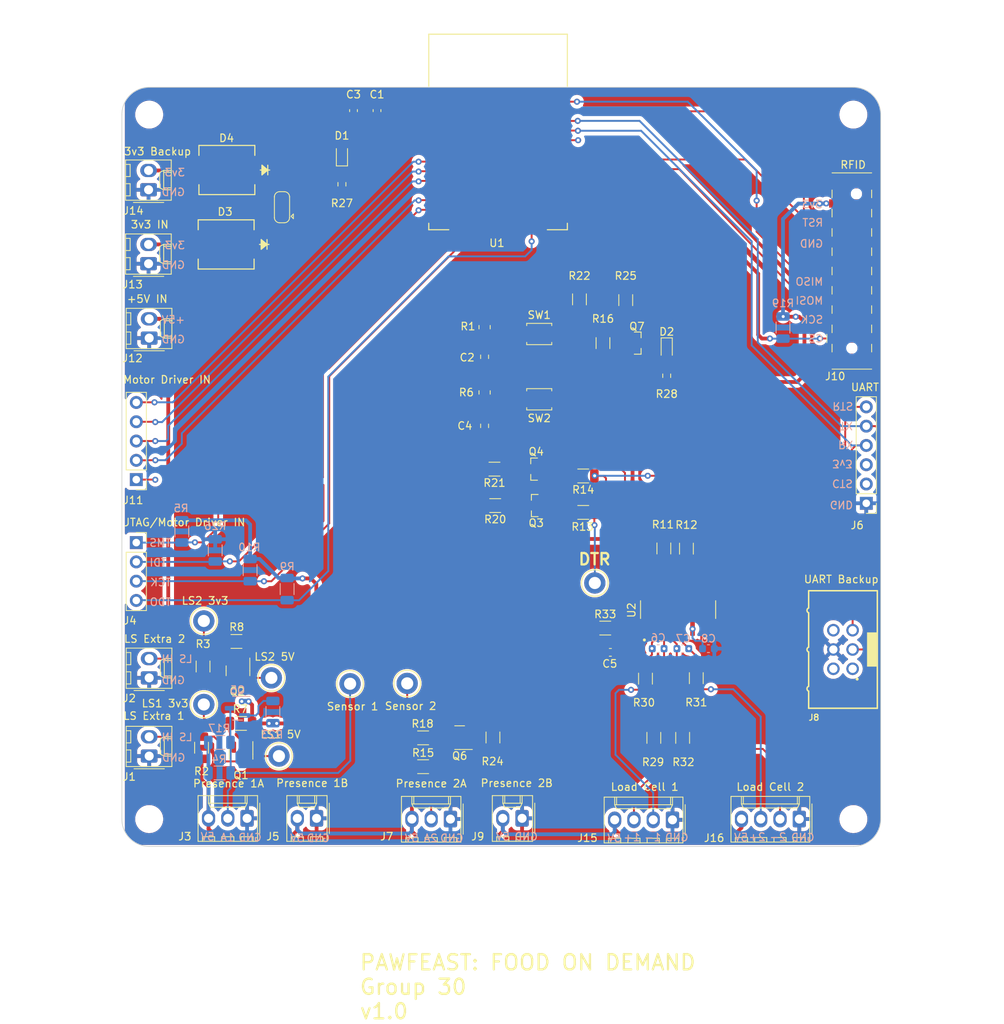
<source format=kicad_pcb>
(kicad_pcb (version 20221018) (generator pcbnew)
  (title_block (title "Brain Board") (date "2025-03-10") (rev "1.0") (company "ECE 445: Senior Capstone Project") (comment 1 "Designed By: Omkar Kulkarni"))
  (layers (0 "F.Cu" signal) (31 "B.Cu" signal) (34 "B.Paste" user) (35 "F.Paste" user) (36 "B.SilkS" user "B.Silkscreen") (37 "F.SilkS" user "F.Silkscreen") (38 "B.Mask" user) (39 "F.Mask" user) (44 "Edge.Cuts" user))
  (net 0 "")
  (net 1 "/MCU_Power")
  (net 2 "GND")
  (net 3 "/GPIO0")
  (net 4 "/CHIP_PU")
  (net 5 "Net-(U2-REFP)")
  (net 6 "Net-(U2-VIN1P)")
  (net 7 "Net-(U2-VIN1N)")
  (net 8 "Net-(U2-VIN2P)")
  (net 9 "Net-(U2-VIN2N)")
  (net 10 "Net-(U2-VBG)")
  (net 11 "Net-(D1-K)")
  (net 12 "+3V3")
  (net 13 "Net-(D2-K)")
  (net 14 "/3v3 Backup")
  (net 15 "Net-(J1-Pin_2)")
  (net 16 "Net-(J2-Pin_2)")
  (net 17 "/Presence1")
  (net 18 "+5V")
  (net 19 "/TMS")
  (net 20 "/TDI")
  (net 21 "/TCK")
  (net 22 "/TDO")
  (net 25 "/RX_ESP")
  (net 26 "/TX_ESP")
  (net 27 "/Presence2")
  (net 29 "/RFID_CS")
  (net 30 "/RFID_SCK")
  (net 31 "/RFID_MOSI")
  (net 32 "/RFID_MISO")
  (net 34 "/RFID_RST")
  (net 35 "/GPIO33")
  (net 36 "/GPIO32")
  (net 37 "/GPIO27")
  (net 38 "/GPIO25")
  (net 39 "/GPIO21")
  (net 40 "/Extra1")
  (net 41 "/Extra2")
  (net 42 "Net-(Q3-Pad3)")
  (net 43 "/RTS")
  (net 44 "Net-(Q3-Pad1)")
  (net 45 "Net-(Q4-Pad3)")
  (net 46 "/DTR")
  (net 47 "Net-(Q4-Pad1)")
  (net 48 "/Sensor1")
  (net 49 "/Sensor2")
  (net 50 "/ADC_SDA")
  (net 51 "/ADC_SCL")
  (net 52 "/GPIO2")
  (net 53 "/GPIO4")
  (net 56 "/ADC_DRDY")
  (net 66 "Net-(D4-K)")
  (net 67 "Net-(D2-A)")
  (net 68 "Net-(D3-K)")
  (net 69 "Net-(J15-Pin_2)")
  (net 70 "Net-(J15-Pin_3)")
  (net 71 "Net-(J16-Pin_2)")
  (net 72 "Net-(J16-Pin_3)")
  (footprint "Resistor_SMD:R_1206_3216Metric" (layer "F.Cu") (at 177.3 127.0375 90)
    (fp_text reference "R31")
    (fp_text value "10k")
  )
  (footprint "Resistor_SMD:R_1206_3216Metric" (layer "F.Cu") (at 171.7 134.9 90)
    (fp_text reference "R29")
    (fp_text value "10k")
  )
  (footprint "TestPoint:TestPoint_Keystone_5010-5014_Multipurpose" (layer "F.Cu") (at 121.3 127)
    (fp_text reference "TP2" hide)
    (fp_text value "TestPoint")
  )
  (footprint "Capacitor_SMD:C_0603_1608Metric" (layer "F.Cu") (at 165.975 123.6375 180)
    (fp_text reference "C5")
    (fp_text value "0.1uF")
  )
  (footprint "MountingHole:MountingHole_3.2mm_M3" (layer "F.Cu") (at 105.2 145.6)
    (fp_text reference "H3" hide)
    (fp_text value "MountingHole")
  )
  (footprint "Connector_Molex:Molex_KK-254_AE-6410-02A_1x02_P2.54mm_Vertical" (layer "F.Cu") (at 105.12 62.7 90)
    (fp_text reference "J14")
    (fp_text value "Conn_01x02" hide)
  )
  (footprint "Connector_Molex:Molex_KK-254_AE-6410-02A_1x02_P2.54mm_Vertical" (layer "F.Cu") (at 105.2 82.24 90)
    (fp_text reference "J12")
    (fp_text value "Conn_01x02")
  )
  (footprint "Connector_Molex:Molex_KK-254_AE-6410-02A_1x02_P2.54mm_Vertical" (layer "F.Cu") (at 105.12 72.44 90)
    (fp_text reference "J13")
    (fp_text value "Conn_01x02" hide)
  )
  (footprint "Resistor_SMD:R_1206_3216Metric" (layer "F.Cu") (at 141.3 134.9)
    (fp_text reference "R18")
    (fp_text value "10k")
  )
  (footprint "Capacitor_SMD:C_0603_1608Metric" (layer "F.Cu") (at 135.225 52.275 -90)
    (fp_text reference "C1")
    (fp_text value "0.1uF")
  )
  (footprint "Resistor_SMD:R_0805_2012Metric" (layer "F.Cu") (at 149.4 80.8 -90)
    (fp_text reference "R1")
    (fp_text value "100k")
  )
  (footprint "TestPoint:TestPoint_Keystone_5010-5014_Multipurpose" (layer "F.Cu") (at 131.675 127.775)
    (fp_text reference "TP3" hide)
    (fp_text value "TestPoint")
  )
  (footprint "MountingHole:MountingHole_3.2mm_M3" (layer "F.Cu") (at 198 52.8)
    (fp_text reference "H2" hide)
    (fp_text value "MountingHole")
  )
  (footprint "MountingHole:MountingHole_3.2mm_M3" (layer "F.Cu") (at 198 145.6)
    (fp_text reference "H4" hide)
    (fp_text value "MountingHole")
  )
  (footprint "Resistor_SMD:R_1206_3216Metric" (layer "F.Cu") (at 161.9 77.1375 -90)
    (fp_text reference "R22")
    (fp_text value "10k")
  )
  (footprint "Package_TO_SOT_SMD:SOT-23" (layer "F.Cu") (at 117.3 137.0625 -90)
    (fp_text reference "Q1")
    (fp_text value "BSS138")
  )
  (footprint "Resistor_SMD:R_1206_3216Metric" (layer "F.Cu") (at 162.4 105.2 180)
    (fp_text reference "R13")
    (fp_text value "10k")
  )
  (footprint "Connector_Molex:Molex_KK-254_AE-6410-02A_1x02_P2.54mm_Vertical" (layer "F.Cu") (at 127.26 145.5 180)
    (fp_text reference "J5")
    (fp_text value "Conn_01x02")
  )
  (footprint "Connector_Molex:Molex_KK-254_AE-6410-02A_1x02_P2.54mm_Vertical" (layer "F.Cu") (at 154.34 145.5 180)
    (fp_text reference "J9")
    (fp_text value "Conn_01x02")
  )
  (footprint "Resistor_SMD:R_1206_3216Metric" (layer "F.Cu") (at 112.1 136.2 90)
    (fp_text reference "R2")
    (fp_text value "10k")
  )
  (footprint "Resistor_SMD:R_1206_3216Metric" (layer "F.Cu") (at 165 82.9 90)
    (fp_text reference "R16")
    (fp_text value "10k")
  )
  (footprint "Resistor_SMD:R_0603_1608Metric" (layer "F.Cu") (at 149.4 84.7 -90)
    (fp_text reference "C2")
    (fp_text value "1uF")
  )
  (footprint "Connector_Molex:Molex_KK-254_AE-6410-02A_1x02_P2.54mm_Vertical" (layer "F.Cu") (at 105.2 127 90)
    (fp_text reference "J2")
    (fp_text value "Conn_01x02")
  )
  (footprint "TestPoint:TestPoint_Keystone_5010-5014_Multipurpose" (layer "F.Cu") (at 163.925 114.5)
    (fp_text reference "TP6" hide)
    (fp_text value "TestPoint" hide)
  )
  (footprint "Resistor_SMD:R_1206_3216Metric" (layer "F.Cu") (at 116.7 122.2 180)
    (fp_text reference "R8")
    (fp_text value "10k")
  )
  (footprint "Connector_Molex:Molex_KK-254_AE-6410-04A_1x04_P2.54mm_Vertical" (layer "F.Cu") (at 174.16 145.7 180)
    (fp_text reference "J15")
    (fp_text value "Conn_01x04")
  )
  (footprint "S8050:S8050-SMD" (layer "F.Cu") (at 156.116 99.5 90)
    (fp_text reference "Q4")
    (fp_text value "SMD-TRANSISTORS-NPN-25V-500MW_SOT-23_")
  )
  (footprint "Resistor_SMD:R_0603_1608Metric" (layer "F.Cu") (at 130.6 61.975 -90)
    (fp_text reference "R27")
    (fp_text value "330")
  )
  (footprint "Resistor_SMD:R_1206_3216Metric" (layer "F.Cu") (at 150.5 134.85 90)
    (fp_text reference "R24")
    (fp_text value "10k")
  )
  (footprint "VS_30BQ015_M3_9AT:VS_30BQ015_M3_9AT" (layer "F.Cu") (at 115.3396 69.9 180)
    (fp_text reference "D3")
    (fp_text value "D_Schottky")
  )
  (footprint "Resistor_SMD:R_1206_3216Metric" (layer "F.Cu") (at 150.7 99.5 180)
    (fp_text reference "R21")
    (fp_text value "10k")
  )
  (footprint "Package_TO_SOT_SMD:SOT-23" (layer "F.Cu") (at 146.1125 134.875 180)
    (fp_text reference "Q6")
    (fp_text value "BSS138")
  )
  (footprint "Resistor_SMD:R_0603_1608Metric" (layer "F.Cu") (at 149.4 93.8 -90)
    (fp_text reference "C4")
    (fp_text value "1uF")
  )
  (footprint "TestPoint:TestPoint_Keystone_5010-5014_Multipurpose" (layer "F.Cu") (at 112.4 130.5)
    (fp_text reference "TP4" hide)
    (fp_text value "TestPoint")
  )
  (footprint "Resistor_SMD:R_1206_3216Metric" (layer "F.Cu") (at 141.3 138.7)
    (fp_text reference "R15")
    (fp_text value "10k")
  )
  (footprint "S8050:S8050-SMD" (layer "F.Cu") (at 156.2 104.3 90)
    (fp_text reference "Q3")
    (fp_text value "SMD-TRANSISTORS-NPN-25V-500MW_SOT-23_")
  )
  (footprint "Resistor_SMD:R_1206_3216Metric" (layer "F.Cu") (at 173.025 109.95 -90)
    (fp_text reference "R11")
    (fp_text value "10k")
  )
  (footprint "Package_TO_SOT_SMD:SOT-23" (layer "F.Cu") (at 116.9 126.0625 -90)
    (fp_text reference "Q2")
    (fp_text value "BSS138")
  )
  (footprint "Resistor_SMD:R_1206_3216Metric" (layer "F.Cu") (at 150.8 104.3 180)
    (fp_text reference "R20")
    (fp_text value "10k")
  )
  (footprint "Resistor_SMD:R_1206_3216Metric" (layer "F.Cu") (at 112.3 125.5 -90)
    (fp_text reference "R3")
    (fp_text value "10k")
  )
  (footprint "Connector_PinSocket_2.54mm:PinSocket_1x04_P2.54mm_Vertical" (layer "F.Cu") (at 103.5 109.18)
    (fp_text reference "J4")
    (fp_text value "JTAG")
  )
  (footprint "Resistor_SMD:R_1206_3216Metric" (layer "F.Cu") (at 170.6 127.1 90)
    (fp_text reference "R30")
    (fp_text value "10k")
  )
  (footprint "Button_Switch_SMD:SW_SPST_B3U-1000P" (layer "F.Cu") (at 156.6 81.7 180)
    (fp_text reference "SW1")
    (fp_text value "SW_Push")
  )
  (footprint "Connector_Harting:Harting_har-flexicon_14110813001xxx_1x08-MP_P2.54mm_Vertical" (layer "F.Cu") (at 197.8 73.4 90)
    (fp_text reference "J10")
    (fp_text value "RFID")
  )
  (footprint "TestPoint:TestPoint_Keystone_5010-5014_Multipurpose" (layer "F.Cu") (at 112.4 119.5)
    (fp_text reference "TP5" hide)
    (fp_text value "TestPoint")
  )
  (footprint "Connector_Molex:Molex_KK-254_AE-6410-03A_1x03_P2.54mm_Vertical" (layer "F.Cu") (at 144.9 145.6 180)
    (fp_text reference "J7")
    (fp_text value "Conn_01x03")
  )
  (footprint "Connector_Molex:Molex_KK-254_AE-6410-02A_1x02_P2.54mm_Vertical" (layer "F.Cu") (at 105.2 137.3 90)
    (fp_text reference "J1")
    (fp_text value "Conn_01x02")
  )
  (footprint "LED_SMD:LED_0603_1608Metric" (layer "F.Cu") (at 173.4 83.7 -90)
    (fp_text reference "D2")
    (fp_text value "LED")
  )
  (footprint "VS_30BQ015_M3_9AT:VS_30BQ015_M3_9AT" (layer "F.Cu") (at 115.4396 60.1 180)
    (fp_text reference "D4")
    (fp_text value "D_Schottky")
  )
  (footprint "Resistor_SMD:R_1206_3216Metric" (layer "F.Cu") (at 176 109.975 -90)
    (fp_text reference "R12")
    (fp_text value "10k")
  )
  (footprint "Resistor_SMD:R_1206_3216Metric" (layer "F.Cu") (at 168 77.2375 -90)
    (fp_text reference "R25")
    (fp_text value "10k")
  )
  (footprint "Resistor_SMD:R_1206_3216Metric" (layer "F.Cu") (at 175.5 134.9 90)
    (fp_text reference "R32")
    (fp_text value "10k")
  )
  (footprint "Capacitor_SMD:C_0603_1608Metric" (layer "F.Cu") (at 132.125 52.275 -90)
    (fp_text reference "C3")
    (fp_text value "0.1uF")
  )
  (footprint "Connector_PinHeader_2.54mm:PinHeader_1x06_P2.54mm_Vertical" (layer "F.Cu") (at 199.7 104 180)
    (fp_text reference "J6")
    (fp_text value "UART")
  )
  (footprint "Connector_PinHeader_2.54mm:PinHeader_1x05_P2.54mm_Vertical" (layer "F.Cu") (at 103.5 100.88 180)
    (fp_text reference "J11")
    (fp_text value "Conn_01x05")
  )
  (footprint "Connector_Molex:Molex_KK-254_AE-6410-03A_1x03_P2.54mm_Vertical" (layer "F.Cu") (at 118.1 145.5 180)
    (fp_text reference "J3")
    (fp_text value "Conn_01x03")
  )
  (footprint "Resistor_SMD:R_0805_2012Metric" (layer "F.Cu") (at 149.4 89.4 -90)
    (fp_text reference "R6")
    (fp_text value "100k")
  )
  (footprint "TestPoint:TestPoint_Keystone_5010-5014_Multipurpose" (layer "F.Cu") (at 122.3 137.3)
    (fp_text reference "TP1" hide)
    (fp_text value "TestPoint")
  )
  (footprint "NAU7802SGI:SOIC127P600X175-16N" (layer "F.Cu") (at 174.9 118.005 90)
    (fp_text reference "U2")
    (fp_text value "NAU7802SGI")
  )
  (footprint "S8050:S8050-SMD" (layer "F.Cu") (at 169.386 82.9 -90)
    (fp_text reference "Q7")
    (fp_text value "SMD-TRANSISTORS-NPN-25V-500MW_SOT-23_")
  )
  (footprint "Resistor_SMD:R_0603_1608Metric" (layer "F.Cu") (at 173.4 87.2 90)
    (fp_text reference "R28")
    (fp_text value "330")
  )
  (footprint "ESP32-WROOM-32E-N4:ESP32-WROOM-32E-N4" (layer "F.Cu") (at 151.1747 55.08534)
    (fp_text reference "U1")
    (fp_text value "ESP32-WROOM-32E 4MB" hide)
  )
  (footprint "Button_Switch_SMD:SW_SPST_B3U-1000P" (layer "F.Cu") (at 156.6 90.3 180)
    (fp_text reference "SW2")
    (fp_text value "SW_Push")
  )
  (footprint "61200621621:61200621621" (layer "F.Cu") (at 196.63 123.26 90)
    (fp_text reference "J8")
    (fp_text value "UART Backup")
  )
  (footprint "Connector_Molex:Molex_KK-254_AE-6410-04A_1x04_P2.54mm_Vertical" (layer "F.Cu") (at 190.87 145.6 180)
    (fp_text reference "J16")
    (fp_text value "Conn_01x04")
  )
  (footprint "Resistor_SMD:R_1206_3216Metric" (layer "F.Cu") (at 162.4 100.4 180)
    (fp_text reference "R14")
    (fp_text value "10k")
  )
  (footprint "Resistor_SMD:R_1206_3216Metric" (layer "F.Cu") (at 165.3 120.4375)
    (fp_text reference "R33")
    (fp_text value "10k")
  )
  (footprint "LED_SMD:LED_0603_1608Metric" (layer "F.Cu") (at 130.6 58.075 90)
    (fp_text reference "D1")
    (fp_text value "LED")
  )
  (footprint "MountingHole:MountingHole_3.2mm_M3" (layer "F.Cu") (at 105.2 52.8)
    (fp_text reference "H1" hide)
    (fp_text value "MountingHole")
  )
  (footprint "Resistor_SMD:R_1206_3216Metric" (layer "F.Cu") (at 117.3 133 180)
    (fp_text reference "R7")
    (fp_text value "10k")
  )
  (footprint "Jumper:SolderJumper-3_P1.3mm_Open_RoundedPad1.0x1.5mm" (layer "F.Cu") (at 122.7 65 90)
    (fp_text reference "JP1" hide)
    (fp_text value "SolderJumper_3_Open")
  )
  (footprint "TestPoint:TestPoint_Keystone_5010-5014_Multipurpose" (layer "F.Cu") (at 139.2 127.725)
    (fp_text reference "TP8" hide)
    (fp_text value "TestPoint")
  )
  (footprint "Capacitor_SMD:C_0603_1608Metric" (layer "B.Cu") (at 178.9 123.15)
    (fp_text reference "C8")
    (fp_text value "0.1uF")
  )
  (footprint "Resistor_SMD:R_1206_3216Metric" (layer "B.Cu") (at 114.45 135.5)
    (fp_text reference "R17")
    (fp_text value "10k")
  )
  (footprint "Resistor_SMD:R_1206_3216Metric" (layer "B.Cu") (at 188.725 80.85 -90)
    (fp_text reference "R19")
    (fp_text value "10k")
  )
  (footprint "Resistor_SMD:R_1206_3216Metric" (layer "B.Cu") (at 109.5 107.7 -90)
    (fp_text reference "R5")
    (fp_text value "10k")
  )
  (footprint "Package_TO_SOT_SMD:SOT-23" (layer "B.Cu") (at 116.8375 131 180)
    (fp_text reference "Q5")
    (fp_text value "BSS138")
  )
  (footprint "Capacitor_SMD:C_0603_1608Metric" (layer "B.Cu") (at 175.525 123.15 180)
    (fp_text reference "C7")
    (fp_text value "0.1uF")
  )
  (footprint "Resistor_SMD:R_1206_3216Metric" (layer "B.Cu") (at 113.9 110.2 90)
    (fp_text reference "R26")
    (fp_text value "10k")
  )
  (footprint "Resistor_SMD:R_1206_3216Metric" (layer "B.Cu") (at 114.475 139.525)
    (fp_text reference "R4")
    (fp_text value "10k")
  )
  (footprint "Resistor_SMD:R_1206_3216Metric" (layer "B.Cu") (at 118.5 112.8 -90)
    (fp_text reference "R10")
    (fp_text value "10k")
  )
  (footprint "Resistor_SMD:R_1206_3216Metric" (layer "B.Cu") (at 123.375 115.3 -90)
    (fp_text reference "R9")
    (fp_text value "10k")
  )
  (footprint "Resistor_SMD:R_1206_3216Metric" (layer "B.Cu") (at 121.5 131.5 90)
    (fp_text reference "R23")
    (fp_text value "10k")
  )
  (footprint "Capacitor_SMD:C_0603_1608Metric" (layer "B.Cu") (at 172.275 123.15 180)
    (fp_text reference "C6")
    (fp_text value "0.1uF")
  )
  (gr_line (start 201.6 52.8) (end 201.6 145.6) (stroke (width 0.1)) (layer "Edge.Cuts"))
  (gr_line (start 105.2 49.2) (end 198 49.2) (stroke (width 0.1)) (layer "Edge.Cuts"))
  (gr_arc (start 105.2 149.2) (mid 102.654416 148.145584) (end 101.6 145.6) (stroke (width 0.1)) (layer "Edge.Cuts"))
  (gr_line (start 101.6 145.6) (end 101.6 52.8) (stroke (width 0.1)) (layer "Edge.Cuts"))
  (gr_line (start 198 149.2) (end 105.2 149.2) (stroke (width 0.1)) (layer "Edge.Cuts"))
  (gr_arc (start 201.6 145.6) (mid 200.545584 148.145584) (end 198 149.2) (stroke (width 0.1)) (layer "Edge.Cuts"))
  (gr_arc (start 198 49.2) (mid 200.545584 50.254416) (end 201.6 52.8) (stroke (width 0.1)) (layer "Edge.Cuts"))
  (gr_arc (start 101.6 52.8) (mid 102.654416 50.254416) (end 105.2 49.2) (stroke (width 0.1)) (layer "Edge.Cuts"))
  (gr_text "GND" (at 146.7 148.7) (layer "B.SilkS") (effects (font (size 1 1)) (justify left bottom mirror)))
  (gr_text "TDI" (at 107.6 112.4) (layer "B.SilkS") (effects (font (size 1 1)) (justify left bottom mirror)))
  (gr_text "2+" (at 186.5 148.55) (layer "B.SilkS") (effects (font (size 1 1)) (justify left bottom mirror)))
  (gr_text "5V" (at 167.5 148.7) (layer "B.SilkS") (effects (font (size 1 1)) (justify left bottom mirror)))
  (gr_text "1+" (at 170 148.6) (layer "B.SilkS") (effects (font (size 1 1)) (justify left bottom mirror)))
  (gr_text "5V" (at 125.7 148.7) (layer "B.SilkS") (effects (font (size 1 1)) (justify left bottom mirror)))
  (gr_text "GND" (at 156.5 148.5) (layer "B.SilkS") (effects (font (size 1 1)) (justify left bottom mirror)))
  (gr_text "MOSI" (at 194.1 77.9) (layer "B.SilkS") (effects (font (size 1 1)) (justify left bottom mirror)))
  (gr_text "GND" (at 110 127.9) (layer "B.SilkS") (effects (font (size 1 1)) (justify left bottom mirror)))
  (gr_text "3v3" (at 194 65.2) (layer "B.SilkS") (effects (font (size 1 1)) (justify left bottom mirror)))
  (gr_text "TMS" (at 108.2 109.8) (layer "B.SilkS") (effects (font (size 1 1)) (justify left bottom mirror)))
  (gr_text "3v3" (at 110 70.6) (layer "B.SilkS") (effects (font (size 1 1)) (justify left bottom mirror)))
  (gr_text "CS" (at 194.1 82.9) (layer "B.SilkS") (effects (font (size 1 1)) (justify left bottom mirror)))
  (gr_text "LS IN" (at 111 125.1) (layer "B.SilkS") (effects (font (size 1 1)) (justify left bottom mirror)))
  (gr_text "TCK" (at 108.2 115) (layer "B.SilkS") (effects (font (size 1 1)) (justify left bottom mirror)))
  (gr_text "RTS" (at 195.15 90.6 180) (layer "B.SilkS") (effects (font (size 1 1)) (justify left bottom mirror)))
  (gr_text "1A" (at 116.5 148.6) (layer "B.SilkS") (effects (font (size 1 1)) (justify left bottom mirror)))
  (gr_text "RX\n" (at 195.9 95.68 180) (layer "B.SilkS") (effects (font (size 1 1)) (justify left bottom mirror)))
  (gr_text "5V" (at 184.2 148.6) (layer "B.SilkS") (effects (font (size 1 1)) (justify left bottom mirror)))
  (gr_text "GND" (at 110 63.6) (layer "B.SilkS") (effects (font (size 1 1)) (justify left bottom mirror)))
  (gr_text "5V" (at 140.8 148.7) (layer "B.SilkS") (effects (font (size 1 1)) (justify left bottom mirror)))
  (gr_text "GND" (at 110.05 138.1) (layer "B.SilkS") (effects (font (size 1 1)) (justify left bottom mirror)))
  (gr_text "GND" (at 176.35 148.6) (layer "B.SilkS") (effects (font (size 1 1)) (justify left bottom mirror)))
  (gr_text "GND" (at 120.1 148.6) (layer "B.SilkS") (effects (font (size 1 1)) (justify left bottom mirror)))
  (gr_text "3v3" (at 195.125 98.2 180) (layer "B.SilkS") (effects (font (size 1 1)) (justify left bottom mirror)))
  (gr_text "2-" (at 189.25 148.55) (layer "B.SilkS") (effects (font (size 1 1)) (justify left bottom mirror)))
  (gr_text "GND" (at 192.95 148.6) (layer "B.SilkS") (effects (font (size 1 1)) (justify left bottom mirror)))
  (gr_text "RST" (at 194.1 67.625) (layer "B.SilkS") (effects (font (size 1 1)) (justify left bottom mirror)))
  (gr_text "SCK" (at 194.1 80.4) (layer "B.SilkS") (effects (font (size 1 1)) (justify left bottom mirror)))
  (gr_text "1-" (at 172.75 148.6) (layer "B.SilkS") (effects (font (size 1 1)) (justify left bottom mirror)))
  (gr_text "+5V" (at 110 80.4) (layer "B.SilkS") (effects (font (size 1 1)) (justify left bottom mirror)))
  (gr_text "LS IN" (at 111 135.4) (layer "B.SilkS") (effects (font (size 1 1)) (justify left bottom mirror)))
  (gr_text "GND" (at 110 83) (layer "B.SilkS") (effects (font (size 1 1)) (justify left bottom mirror)))
  (gr_text "GND" (at 194.1 70.4) (layer "B.SilkS") (effects (font (size 1 1)) (justify left bottom mirror)))
  (gr_text "CTS" (at 195.1 100.8 180) (layer "B.SilkS") (effects (font (size 1 1)) (justify left bottom mirror)))
  (gr_text "GND" (at 129.1 148.7) (layer "B.SilkS") (effects (font (size 1 1)) (justify left bottom mirror)))
  (gr_text "2A" (at 143.3 148.7) (layer "B.SilkS") (effects (font (size 1 1)) (justify left bottom mirror)))
  (gr_text "GND" (at 110 73.2) (layer "B.SilkS") (effects (font (size 1 1)) (justify left bottom mirror)))
  (gr_text "5V" (at 152.8 148.5) (layer "B.SilkS") (effects (font (size 1 1)) (justify left bottom mirror)))
  (gr_text "TX" (at 196.1 93.2 180) (layer "B.SilkS") (effects (font (size 1 1)) (justify left bottom mirror)))
  (gr_text "GND" (at 194.8 103.6 180) (layer "B.SilkS") (effects (font (size 1 1)) (justify left bottom mirror)))
  (gr_text "MISO" (at 194.1 75.4) (layer "B.SilkS") (effects (font (size 1 1)) (justify left bottom mirror)))
  (gr_text "TDO" (at 108.2 117.6) (layer "B.SilkS") (effects (font (size 1 1)) (justify left bottom mirror)))
  (gr_text "3v3" (at 110 61) (layer "B.SilkS") (effects (font (size 1 1)) (justify left bottom mirror)))
  (gr_text "5V" (at 113.9 148.5) (layer "B.SilkS") (effects (font (size 1 1)) (justify left bottom mirror)))
  (gr_text "LS1 5V" (at 119.775 135.025) (layer "F.SilkS") (effects (font (size 1 1)) (justify left bottom)))
  (gr_text "LS Extra 1" (at 101.7 132.6) (layer "F.SilkS") (effects (font (size 1 1)) (justify left bottom)))
  (gr_text "UART" (at 197.6 89.3) (layer "F.SilkS") (effects (font (size 1 1)) (justify left bottom)))
  (gr_text "Load Cell 2" (at 182.5 141.95) (layer "F.SilkS") (effects (font (size 1 1)) (justify left bottom)))
  (gr_text "3v3 IN" (at 102.7 67.87) (layer "F.SilkS") (effects (font (size 1 1)) (justify left bottom)))
  (gr_text "+5V IN" (at 102.18 77.67) (layer "F.SilkS") (effects (font (size 1 1)) (justify left bottom)))
  (gr_text "JTAG/Motor Driver IN" (at 101.8 107.1) (layer "F.SilkS") (effects (font (size 1 1)) (justify left bottom)))
  (gr_text "Motor Driver IN" (at 101.7 88.3) (layer "F.SilkS") (effects (font (size 1 1)) (justify left bottom)))
  (gr_text "Load Cell 1" (at 165.95 141.95) (layer "F.SilkS") (effects (font (size 1 1)) (justify left bottom)))
  (gr_text "3v3 Backup" (at 101.8 58.24) (layer "F.SilkS") (effects (font (size 1 1)) (justify left bottom)))
  (gr_text "Presence 1A" (at 110.9 141.5) (layer "F.SilkS") (effects (font (size 1 1)) (justify left bottom)))
  (gr_text "RFID" (at 196.2 60) (layer "F.SilkS") (effects (font (size 1 1)) (justify left bottom)))
  (gr_text "LS1 3v3" (at 104.125 130.95) (layer "F.SilkS") (effects (font (size 1 1)) (justify left bottom)))
  (gr_text "Presence 1B" (at 121.85 141.45) (layer "F.SilkS") (effects (font (size 1 1)) (justify left bottom)))
  (gr_text "Sensor 2" (at 136.175 131.3) (layer "F.SilkS") (effects (font (size 1 1)) (justify left bottom)))
  (gr_text "UART Backup" (at 191.4 114.6) (layer "F.SilkS") (effects (font (size 1 1)) (justify left bottom)))
  (gr_text "Presence 2B" (at 148.8 141.45) (layer "F.SilkS") (effects (font (size 1 1)) (justify left bottom)))
  (gr_text "LS2 5V" (at 118.975 124.8) (layer "F.SilkS") (effects (font (size 1 1)) (justify left bottom)))
  (gr_text "Presence 2A" (at 137.6 141.5) (layer "F.SilkS") (effects (font (size 1 1)) (justify left bottom)))
  (gr_text "DTR" (at 161.625 112.25) (layer "F.SilkS") (effects (font (size 1.5 1.5) (thickness 0.3) bold) (justify left bottom)))
  (gr_text "Sensor 1" (at 128.525 131.35) (layer "F.SilkS") (effects (font (size 1 1)) (justify left bottom)))
  (gr_text "LS2 3v3" (at 109.4 117.425) (layer "F.SilkS") (effects (font (size 1 1)) (justify left bottom)))
  (gr_text "LS Extra 2" (at 101.8 122.45) (layer "F.SilkS") (effects (font (size 1 1)) (justify left bottom)))
  (gr_text "PAWFEAST: FOOD ON DEMAND\nGroup 30\nv1.0" (at 132.8 172.1) (layer "F.SilkS") (effects (font (size 2 2) (thickness 0.3)) (justify left bottom)))
  (segment (start 127.675 57.3) (end 127.6875 57.2875) (width 0.5) (layer "F.Cu") (net 1))
  (segment (start 127 57.3) (end 127 56.6) (width 0.5) (layer "F.Cu") (net 1))
  (segment (start 138.55 51.5) (end 138.955 51.095) (width 0.5) (layer "F.Cu") (net 1))
  (segment (start 135.225 51.5) (end 138.55 51.5) (width 0.5) (layer "F.Cu") (net 1))
  (segment (start 122.7 65) (end 124.7 65) (width 0.5) (layer "F.Cu") (net 1))
  (segment (start 132.125 51.5) (end 135.225 51.5) (width 0.5) (layer "F.Cu") (net 1))
  (segment (start 127.6875 57.2875) (end 127 57.975) (width 0.25) (layer "F.Cu") (net 1))
  (segment (start 127 57.975) (end 127 58) (width 0.25) (layer "F.Cu") (net 1))
  (segment (start 127.6875 57.2875) (end 127 56.6) (width 0.25) (layer "F.Cu") (net 1))
  (segment (start 124.7 65) (end 127 62.7) (width 0.5) (layer "F.Cu") (net 1))
  (segment (start 138.955 51.095) (end 142.4244 51.095) (width 0.5) (layer "F.Cu") (net 1))
  (segment (start 130.6 57.2875) (end 127.6875 57.2875) (width 0.25) (layer "F.Cu") (net 1))
  (segment (start 127 56.6) (end 127 52.6) (width 0.5) (layer "F.Cu") (net 1))
  (segment (start 127 57.3) (end 127.675 57.3) (width 0.5) (layer "F.Cu") (net 1))
  (segment (start 127 52.6) (end 128.1 51.5) (width 0.5) (layer "F.Cu") (net 1))
  (segment (start 127 58) (end 127 57.3) (width 0.5) (layer "F.Cu") (net 1))
  (segment (start 128.1 51.5) (end 132.125 51.5) (width 0.5) (layer "F.Cu") (net 1))
  (segment (start 127 62.7) (end 127 58) (width 0.5) (layer "F.Cu") (net 1))
  (segment (start 160.7 83.6) (end 162.8625 81.4375) (width 0.25) (layer "F.Cu") (net 3))
  (segment (start 154.8875 81.7125) (end 154.9 81.7) (width 0.25) (layer "F.Cu") (net 3))
  (segment (start 165 68.575) (end 162.76 66.335) (width 0.25) (layer "F.Cu") (net 3))
  (segment (start 163.2 83.2) (end 163.7 82.7) (width 0.25) (layer "F.Cu") (net 3))
  (segment (start 168.37 82.011) (end 167.011 82.011) (width 0.25) (layer "F.Cu") (net 3))
  (segment (start 163.2 94.1) (end 163.2 83.2) (width 0.25) (layer "F.Cu") (net 3))
  (segment (start 149.4 81.7125) (end 154.8875 81.7125) (width 0.25) (layer "F.Cu") (net 3))
  (segment (start 149.2375 98.2625) (end 150.9 96.6) (width 0.25) (layer "F.Cu") (net 3))
  (segment (start 162.8625 81.4375) (end 165 81.4375) (width 0.25) (layer "F.Cu") (net 3))
  (segment (start 167.011 82.011) (end 166.4375 81.4375) (width 0.25) (layer "F.Cu") (net 3))
  (segment (start 163.7 82.7) (end 164.8 82.7) (width 0.25) (layer "F.Cu") (net 3))
  (segment (start 149.2375 99.5) (end 149.2375 98.2625) (width 0.25) (layer "F.Cu") (net 3))
  (segment (start 165 82.5) (end 165 81.4375) (width 0.25) (layer "F.Cu") (net 3))
  (segment (start 164.8 82.7) (end 165 82.5) (width 0.25) (layer "F.Cu") (net 3))
  (segment (start 155 83.6) (end 160.7 83.6) (width 0.25) (layer "F.Cu") (net 3))
  (segment (start 154.9 81.7) (end 154.9 83.5) (width 0.25) (layer "F.Cu") (net 3))
  (segment (start 154.9 83.5) (end 155 83.6) (width 0.25) (layer "F.Cu") (net 3))
  (segment (start 165 81.4375) (end 165 68.575) (width 0.25) (layer "F.Cu") (net 3))
  (segment (start 166.4375 81.4375) (end 165 81.4375) (width 0.25) (layer "F.Cu") (net 3))
  (segment (start 150.9 96.6) (end 160.7 96.6) (width 0.25) (layer "F.Cu") (net 3))
  (segment (start 162.76 66.335) (end 159.925 66.335) (width 0.25) (layer "F.Cu") (net 3))
  (segment (start 149.4 83.875) (end 149.4 81.7125) (width 0.25) (layer "F.Cu") (net 3))
  (segment (start 160.7 96.6) (end 163.2 94.1) (width 0.25) (layer "F.Cu") (net 3))
  (segment (start 147.8 103.8) (end 147.8 93.4) (width 0.25) (layer "F.Cu") (net 4))
  (segment (start 149.4 92.975) (end 149.4 90.3125) (width 0.25) (layer "F.Cu") (net 4))
  (segment (start 148.3 104.3) (end 147.8 103.8) (width 0.25) (layer "F.Cu") (net 4))
  (segment (start 147.8 93.4) (end 148.225 92.975) (width 0.25) (layer "F.Cu") (net 4))
  (segment (start 154.8875 90.3125) (end 154.9 90.3) (width 0.25) (layer "F.Cu") (net 4))
  (segment (start 149.4 90.3125) (end 154.8875 90.3125) (width 0.25) (layer "F.Cu") (net 4))
  (segment (start 149.3375 104.3) (end 148.3 104.3) (width 0.25) (layer "F.Cu") (net 4))
  (segment (start 148.225 92.975) (end 149.4 92.975) (width 0.25) (layer "F.Cu") (net 4))
  (segment (start 166.7625 123.625) (end 166.75 123.6375) (width 0.25) (layer "F.Cu") (net 5))
  (segment (start 166.7625 120.4375) (end 166.7625 123.625) (width 0.25) (layer "F.Cu") (net 5))
  (segment (start 173.05 121.925) (end 173.05 123.15) (width 0.25) (layer "F.Cu") (net 6))
  (segment (start 171.7 131.45) (end 171.7 133.4375) (width 0.25) (layer "F.Cu") (net 6))
  (segment (start 172.995 121.87) (end 173.05 121.925) (width 0.25) (layer "F.Cu") (net 6))
  (segment (start 173.05 130.1) (end 171.7 131.45) (width 0.25) (layer "F.Cu") (net 6))
  (segment (start 173.05 123.15) (end 173.05 130.1) (width 0.25) (layer "F.Cu") (net 6))
  (segment (start 172.995 120.48) (end 172.995 121.87) (width 0.25) (layer "F.Cu") (net 6))
  (via (at 173.05 123.15) (size 0.8) (drill 0.4) (layers "F.Cu" "B.Cu") (net 6))
  (segment (start 170.6 125.6375) (end 170.6 124.8) (width 0.25) (layer "F.Cu") (net 7))
  (segment (start 171.45 123.95) (end 171.45 123.125) (width 0.25) (layer "F.Cu") (net 7))
  (segment (start 171.45 122.35) (end 171.45 123.125) (width 0.25) (layer "F.Cu") (net 7))
  (segment (start 171.725 120.48) (end 171.725 122.075) (width 0.25) (layer "F.Cu") (net 7))
  (segment (start 170.6 124.8) (end 171.45 123.95) (width 0.25) (layer "F.Cu") (net 7))
  (segment (start 171.725 122.075) (end 171.45 122.35) (width 0.25) (layer "F.Cu") (net 7))
  (via (at 171.45 123.125) (size 0.8) (drill 0.4) (layers "F.Cu" "B.Cu") (net 7))
  (segment (start 175.535 120.48) (end 175.535 122.365) (width 0.25) (layer "F.Cu") (net 8))
  (segment (start 176.32 123.15) (end 176.325 123.15) (width 0.25) (layer "F.Cu") (net 8))
  (segment (start 177.3 124.13) (end 177.3 125.575) (width 0.25) (layer "F.Cu") (net 8))
  (segment (start 176.325 123.15) (end 176.325 123.155) (width 0.25) (layer "F.Cu") (net 8))
  (segment (start 176.325 123.155) (end 177.3 124.13) (width 0.25) (layer "F.Cu") (net 8))
  (segment (start 175.535 122.365) (end 176.32 123.15) (width 0.25) (layer "F.Cu") (net 8))
  (via (at 176.325 123.15) (size 0.8) (drill 0.4) (layers "F.Cu" "B.Cu") (net 8))
  (segment (start 175.5 132) (end 175.5 133.4375) (width 0.25) (layer "F.Cu") (net 9))
  (segment (start 174.265 122.09) (end 174.725 122.55) (width 0.25) (layer "F.Cu") (net 9))
  (segment (start 174.725 122.55) (end 174.725 123.1) (width 0.25) (layer "F.Cu") (net 9))
  (segment (start 174.725 131.225) (end 175.5 132) (width 0.25) (layer "F.Cu") (net 9))
  (segment (start 174.725 123.15) (end 174.725 131.225) (width 0.25) (layer "F.Cu") (net 9))
  (segment (start 174.725 123.1) (end 174.7 123.125) (width 0.25) (layer "F.Cu") (net 9))
  (segment (start 174.7 123.125) (end 174.725 123.15) (width 0.25) (layer "F.Cu") (net 9))
  (segment (start 174.265 120.48) (end 174.265 122.09) (width 0.25) (layer "F.Cu") (net 9))
  (via (at 174.7 123.125) (size 0.8) (drill 0.4) (layers "F.Cu" "B.Cu") (net 9))
  (via (at 176.8 120.55) (size 0.8) (drill 0.4) (layers "F.Cu" "B.Cu") (net 10))
  (segment (start 176.8 120.55) (end 176.8 121.75) (width 0.25) (layer "B.Cu") (net 10))
  (segment (start 177.175 122.125) (end 177.95 122.125) (width 0.25) (layer "B.Cu") (net 10))
  (segment (start 177.95 122.125) (end 178.125 122.3) (width 0.25) (layer "B.Cu") (net 10))
  (segment (start 178.125 122.3) (end 178.125 123.15) (width 0.25) (layer "B.Cu") (net 10))
  (segment (start 176.8 121.75) (end 177.175 122.125) (width 0.25) (layer "B.Cu") (net 10))
  (segment (start 130.6 61.15) (end 130.6 58.8625) (width 0.25) (layer "F.Cu") (net 11))
  (segment (start 125.025 132.1) (end 125.025 123.875) (width 0.5) (layer "F.Cu") (net 12))
  (segment (start 146.792308 87.2) (end 146.792308 88.4) (width 0.5) (layer "F.Cu") (net 12))
  (segment (start 173.025 108.4875) (end 173.025 102.9) (width 0.5) (layer "F.Cu") (net 12))
  (segment (start 148.275 135.825) (end 147.05 135.825) (width 0.5) (layer "F.Cu") (net 12))
  (segment (start 168.9 102.025) (end 168.9 102.775) (width 0.5) (layer "F.Cu") (net 12))
  (segment (start 126.5 113.9) (end 125.4 113.9) (width 0.5) (layer "F.Cu") (net 12))
  (segment (start 127.225 114.625) (end 126.5 113.9) (width 0.5) (layer "F.Cu") (net 12))
  (segment (start 165 84.3625) (end 166.4625 84.3625) (width 0.5) (layer "F.Cu") (net 12))
  (segment (start 146.792308 87.2) (end 146.7 81.2) (width 0.5) (layer "F.Cu") (net 12))
  (segment (start 176 108.5125) (end 173.05 108.5125) (width 0.5) (layer "F.Cu") (net 12))
  (segment (start 123.35 122.2) (end 118.1625 122.2) (width 0.5) (layer "F.Cu") (net 12))
  (segment (start 118.7625 134.5375) (end 118.7625 133) (width 0.5) (layer "F.Cu") (net 12))
  (segment (start 118.25 135.05) (end 118.7625 134.5375) (width 0.5) (layer "F.Cu") (net 12))
  (segment (start 165 95.3) (end 168.9 99.2) (width 0.5) (layer "F.Cu") (net 12))
  (segment (start 147.5875 88.4875) (end 146.875 89.2) (width 0.5) (layer "F.Cu") (net 12))
  (segment (start 191.55 80.125) (end 191.55 87.075) (width 0.5) (layer "F.Cu") (net 12))
  (segment (start 188.775 79.425) (end 188.75 79.4) (width 0.5) (layer "F.Cu") (net 12))
  (segment (start 146.8 87.7) (end 146.792308 87.2) (width 0.5) (layer "F.Cu") (net 12))
  (segment (start 147.9125 79.8875) (end 149.4 79.8875) (width 0.5) (layer "F.Cu") (net 12))
  (segment (start 168.9 99.2) (end 168.9 100.95) (width 0.5) (layer "F.Cu") (net 12))
  (segment (start 149.4 88.4875) (end 147.5875 88.4875) (width 0.5) (layer "F.Cu") (net 12))
  (segment (start 169.65 102.025) (end 168.9 102.775) (width 0.5) (layer "F.Cu") (net 12))
  (segment (start 168.9 100.95) (end 168.9 101.2) (width 0.5) (layer "F.Cu") (net 12))
  (segment (start 173.05 108.5125) (end 173.025 108.4875) (width 0.5) (layer "F.Cu") (net 12))
  (segment (start 118.1625 120.5625) (end 119.175 119.55) (width 0.5) (layer "F.Cu") (net 12))
  (segment (start 190.6 88.025) (end 173.4 88.025) (width 0.5) (layer "F.Cu") (net 12))
  (segment (start 194.4 64.475) (end 194.365 64.51) (width 0.5) (layer "F.Cu") (net 12))
  (segment (start 146.8 106.4) (end 146.8 89.2) (width 0.5) (layer "F.Cu") (net 12))
  (segment (start 166.4625 84.3625) (end 170.125 88.025) (width 0.5) (layer "F.Cu") (net 12))
  (segment (start 124.125 133) (end 125.025 132.1) (width 0.5) (layer "F.Cu") (net 12))
  (segment (start 170.125 88.025) (end 173.4 88.025) (width 0.5) (layer "F.Cu") (net 12))
  (segment (start 118.7625 133) (end 118.7625 130.5625) (width 0.5) (layer "F.Cu") (net 12))
  (segment (start 118.25 136.125) (end 118.25 135.05) (width 0.5) (layer "F.Cu") (net 12))
  (segment (start 191.55 87.075) (end 190.6 88.025) (width 0.5) (layer "F.Cu") (net 12))
  (segment (start 169.725 102.025) (end 168.9 102.025) (width 0.5) (layer "F.Cu") (net 12))
  (segment (start 118.1625 123.6375) (end 118.1625 122.2) (width 0.5) (layer "F.Cu") (net 12))
  (segment (start 146.7 81.2) (end 147.9125 79.8875) (width 0.5) (layer "F.Cu") (net 12))
  (segment (start 112.0346 69.9) (end 105.12 69.9) (width 0.5) (layer "F.Cu") (net 12))
  (segment (start 150.5 136.3125) (end 148.7625 136.3125) (width 0.5) (layer "F.Cu") (net 12))
  (segment (start 165 84.3625) (end 165 95.3) (width 0.5) (layer "F.Cu") (net 12))
  (segment (start 190.4 79.425) (end 188.775 79.425) (width 0.5) (layer "F.Cu") (net 12))
  (segment (start 117.85 125.125) (end 117.85 123.95) (width 0.5) (layer "F.Cu") (net 12))
  (segment (start 169.725 102.025) (end 169.65 102.025) (width 0.5) (layer "F.Cu") (net 12))
  (segment (start 127.225 118.7) (end 127.225 114.625) (width 0.5) (layer "F.Cu") (net 12))
  (segment (start 126.375 119.55) (end 127.225 118.7) (width 0.5) (layer "F.Cu") (net 12))
  (segment (start 168.9 101.2) (end 169.725 102.025) (width 0.5) (layer "F.Cu") (net 12))
  (segment (start 173.025 102.9) (end 172.15 102.025) (width 0.5) (layer "F.Cu") (net 12))
  (segment (start 172.15 102.025) (end 169.725 102.025) (width 0.5) (layer "F.Cu") (net 12))
  (segment (start 147.5 88.4) (end 147.5875 88.4875) (width 0.5) (layer "F.Cu") (net 12))
  (segment (start 194.435 64.51) (end 194.4 64.475) (width 0.5) (layer "F.Cu") (net 12))
  (segment (start 190.85 79.425) (end 191.55 80.125) (width 0.5) (layer "F.Cu") (net 12))
  (segment (start 118.7625 130.5625) (end 118.3 130.1) (width 0.5) (layer "F.Cu") (net 12))
  (segment (start 193.565 64.51) (end 193.55 64.525) (width 0.5) (layer "F.Cu") (net 12))
  (segment (start 194.365 64.51) (end 193.565 64.51) (width 0.5) (layer "F.Cu") (net 12))
  (segment (start 118.3 130.1) (end 117.4 130.1) (width 0.5) (layer "F.Cu") (net 12))
  (segment (start 197.8 64.51) (end 194.435 64.51) (width 0.5) (layer "F.Cu") (net 12))
  (segment (start 118.7625 133) (end 121.5 133) (width 0.5) (layer "F.Cu") (net 12))
  (segment (start 117.85 123.95) (end 118.1625 123.6375) (width 0.5) (layer "F.Cu") (net 12))
  (segment (start 149.1 108.7) (end 146.8 106.4) (width 0.5) (layer "F.Cu") (net 12))
  (segment (start 119.175 119.55) (end 126.375 119.55) (width 0.5) (layer "F.Cu") (net 12))
  (segment (start 125.025 123.875) (end 123.35 122.2) (width 0.5) (layer "F.Cu") (net 12))
  (segment (start 146.875 89.2) (end 146.8 89.2) (width 0.5) (layer "F.Cu") (net 12))
  (segment (start 147.5875 88.4875) (end 146.8 87.7) (width 0.5) (layer "F.Cu") (net 12))
  (segment (start 168.9 102.775) (end 168.9 104.6) (width 0.5) (layer "F.Cu") (net 12))
  (segment (start 168.9 100.95) (end 168.9 102.025) (width 0.5) (layer "F.Cu") (net 12))
  (segment (start 146.792308 89.192308) (end 146.8 89.2) (width 0.5) (layer "F.Cu") (net 12))
  (segment (start 168.9 104.6) (end 164.8 108.7) (width 0.5) (layer "F.Cu") (net 12))
  (segment (start 190.4 79.425) (end 190.85 79.425) (width 0.5) (layer "F.Cu") (net 12))
  (segment (start 122 133) (end 124.125 133) (width 0.5) (layer "F.Cu") (net 12))
  (segment (start 164.8 108.7) (end 149.1 108.7) (width 0.5) (layer "F.Cu") (net 12))
  (segment (start 148.7625 136.3125) (end 148.275 135.825) (width 0.5) (layer "F.Cu") (net 12))
  (segment (start 121.5 133) (end 122 133) (width 0.5) (layer "F.Cu") (net 12))
  (segment (start 146.792308 88.4) (end 146.792308 89.192308) (width 0.5) (layer "F.Cu") (net 12))
  (segment (start 118.1625 122.2) (end 118.1625 120.5625) (width 0.5) (layer "F.Cu") (net 12))
  (segment (start 146.792308 88.4) (end 147.5 88.4) (width 0.5) (layer "F.Cu") (net 12))
  (via (at 188.75 79.4) (size 0.8) (drill 0.4) (layers "F.Cu" "B.Cu") (net 12))
  (via (at 190.4 79.425) (size 0.8) (drill 0.4) (layers "F.Cu" "B.Cu") (net 12))
  (via (at 193.55 64.525) (size 0.8) (drill 0.4) (layers "F.Cu" "B.Cu") (net 12))
  (via (at 194.425 64.5) (size 0.8) (drill 0.4) (layers "F.Cu" "B.Cu") (net 12))
  (via (at 121 133) (size 0.8) (drill 0.4) (layers "F.Cu" "B.Cu") (net 12))
  (via (at 117.4 130.1) (size 0.8) (drill 0.4) (layers "F.Cu" "B.Cu") (net 12))
  (via (at 125.4 113.9) (size 0.8) (drill 0.4) (layers "F.Cu" "B.Cu") (net 12))
  (via (at 122 133) (size 0.8) (drill 0.4) (layers "F.Cu" "B.Cu") (net 12))
  (via (at 118.3 130.1) (size 0.8) (drill 0.4) (layers "F.Cu" "B.Cu") (net 12))
  (segment (start 119.7375 111.3375) (end 118.5 111.3375) (width 0.5) (layer "B.Cu") (net 12))
  (segment (start 123.4375 113.9) (end 123.375 113.8375) (width 0.5) (layer "B.Cu") (net 12))
  (segment (start 193.55 64.525) (end 190.75 64.525) (width 0.5) (layer "B.Cu") (net 12))
  (segment (start 188.7125 79.4) (end 188.75 79.4) (width 0.5) (layer "B.Cu") (net 12))
  (segment (start 118.5 111.3375) (end 118.5 106.8) (width 0.5) (layer "B.Cu") (net 12))
  (segment (start 193.55 64.525) (end 194.4 64.525) (width 0.5) (layer "B.Cu") (net 12))
  (segment (start 188.75 79.3625) (end 188.75 79.3625) (width 0.5) (layer "B.Cu") (net 12))
  (segment (start 122.2375 113.8375) (end 123.375 113.8375) (width 0.5) (layer "B.Cu") (net 12))
  (segment (start 125.4 113.9) (end 123.4375 113.9) (width 0.5) (layer "B.Cu") (net 12))
  (segment (start 190.75 64.525) (end 188.725 66.55) (width 0.5) (layer "B.Cu") (net 12))
  (segment (start 119.7375 111.3375) (end 122.2375 113.8375) (width 0.5) (layer "B.Cu") (net 12))
  (segment (start 117.9375 106.2375) (end 109.5 106.2375) (width 0.5) (layer "B.Cu") (net 12))
  (segment (start 188.725 66.55) (end 188.725 79.3875) (width 0.5) (layer "B.Cu") (net 12))
  (segment (start 118.5 106.8) (end 117.9375 106.2375) (width 0.5) (layer "B.Cu") (net 12))
  (segment (start 188.725 79.3875) (end 188.7125 79.4) (width 0.5) (layer "B.Cu") (net 12))
  (segment (start 123.425 113.9) (end 123.4 113.875) (width 0.5) (layer "B.Cu") (net 12))
  (segment (start 194.4 64.525) (end 194.425 64.5) (width 0.5) (layer "B.Cu") (net 12))
  (segment (start 170.402 82.9) (end 173.3875 82.9) (width 0.25) (layer "F.Cu") (net 13))
  (segment (start 173.3875 82.9) (end 173.4 82.9125) (width 0.25) (layer "F.Cu") (net 13))
  (segment (start 112.0746 60.16) (end 112.1346 60.1) (width 0.5) (layer "F.Cu") (net 14))
  (segment (start 112.39 60.2) (end 112.35 60.16) (width 0.5) (layer "F.Cu") (net 14))
  (segment (start 105.12 60.16) (end 112.0746 60.16) (width 0.5) (layer "F.Cu") (net 14))
  (segment (start 119.7 138) (end 120.4 137.3) (width 0.25) (layer "F.Cu") (net 15))
  (segment (start 117.3 138) (end 119.7 138) (width 0.25) (layer "F.Cu") (net 15))
  (segment (start 114.4 137.2) (end 115.2 138) (width 0.25) (layer "F.Cu") (net 15))
  (segment (start 115.2 138) (end 117.3 138) (width 0.25) (layer "F.Cu") (net 15))
  (segment (start 105.2 134.76) (end 112.0775 134.76) (width 0.25) (layer "F.Cu") (net 15))
  (segment (start 112.1 134.7375) (end 113.7375 134.7375) (width 0.25) (layer "F.Cu") (net 15))
  (segment (start 112.0775 134.76) (end 112.1 134.7375) (width 0.25) (layer "F.Cu") (net 15))
  (segment (start 113.7375 134.7375) (end 114.4 135.4) (width 0.25) (layer "F.Cu") (net 15))
  (segment (start 120.4 137.3) (end 122.3 137.3) (width 0.25) (layer "F.Cu") (net 15))
  (segment (start 114.4 135.4) (end 114.4 137.2) (width 0.25) (layer "F.Cu") (net 15))
  (segment (start 117.2375 138.0625) (end 117.3 138) (width 0.25) (layer "F.Cu") (net 15))
  (segment (start 105.2 124.46) (end 107.26 124.46) (width 0.25) (layer "F.Cu") (net 16))
  (segment (start 112.3 126.9625) (end 116.8625 126.9625) (width 0.25) (layer "F.Cu") (net 16))
  (segment (start 107.26 124.46) (end 109.7625 126.9625) (width 0.25) (layer "F.Cu") (net 16))
  (segment (start 116.8625 126.9625) (end 116.9 127) (width 0.25) (layer "F.Cu") (net 16))
  (segment (start 116.9 127) (end 121.3 127) (width 0.25) (layer "F.Cu") (net 16))
  (segment (start 109.7625 126.9625) (end 112.3 126.9625) (width 0.25) (layer "F.Cu") (net 16))
  (segment (start 115.9375 139.525) (end 115.9375 135.525) (width 0.25) (layer "B.Cu") (net 17))
  (segment (start 130.1 139.525) (end 115.9375 139.525) (width 0.25) (layer "B.Cu") (net 17))
  (segment (start 115.56 145.5) (end 115.56 141.89) (width 0.25) (layer "B.Cu") (net 17))
  (segment (start 131.7 130.575) (end 131.675 130.55) (width 0.25) (layer "B.Cu") (net 17))
  (segment (start 131.7 137.925) (end 130.1 139.525) (width 0.25) (layer "B.Cu") (net 17))
  (segment (start 115.9 135.4875) (end 115.9125 135.5) (width 0.25) (layer "B.Cu") (net 17))
  (segment (start 115.9375 141.5125) (end 115.9375 139.525) (width 0.25) (layer "B.Cu") (net 17))
  (segment (start 115.56 141.89) (end 115.9375 141.5125) (width 0.25) (layer "B.Cu") (net 17))
  (segment (start 131.675 130.55) (end 131.675 127.775) (width 0.25) (layer "B.Cu") (net 17))
  (segment (start 131.7 130.575) (end 131.7 137.925) (width 0.25) (layer "B.Cu") (net 17))
  (segment (start 115.9375 135.525) (end 115.9125 135.5) (width 0.25) (layer "B.Cu") (net 17))
  (segment (start 115.9 131) (end 115.9 135.4875) (width 0.25) (layer "B.Cu") (net 17))
  (segment (start 140.3 147.7) (end 151.3 147.7) (width 0.5) (layer "F.Cu") (net 18))
  (segment (start 112.3 124.0375) (end 110.7375 124.0375) (width 0.5) (layer "F.Cu") (net 18))
  (segment (start 112.1 140.4) (end 112.1 137.6625) (width 0.5) (layer "F.Cu") (net 18))
  (segment (start 113.02 145.5) (end 113.02 141.32) (width 0.5) (layer "F.Cu") (net 18))
  (segment (start 182.5 147.5) (end 183.25 146.75) (width 0.5) (layer "F.Cu") (net 18))
  (segment (start 113.02 141.32) (end 112.1 140.4) (width 0.5) (layer "F.Cu") (net 18))
  (segment (start 139.82 145.6) (end 139.82 147.22) (width 0.5) (layer "F.Cu") (net 18))
  (segment (start 167.1 147.5) (end 182.5 147.5) (width 0.5) (layer "F.Cu") (net 18))
  (segment (start 139.82 145.6) (end 139.82 138.7175) (width 0.5) (layer "F.Cu") (net 18))
  (segment (start 113.02 146.92) (end 113.9 147.7) (width 0.5) (layer "F.Cu") (net 18))
  (segment (start 171.725 115.53) (end 170.455 115.53) (width 0.5) (layer "F.Cu") (net 18))
  (segment (start 139.82 147.22) (end 140.3 147.7) (width 0.5) (layer "F.Cu") (net 18))
  (segment (start 166.54 145.7) (end 166.54 146.94) (width 0.5) (layer "F.Cu") (net 18))
  (segment (start 151.3 147.7) (end 151.8 147.2) (width 0.5) (layer "F.Cu") (net 18))
  (segment (start 110.7375 124.0375) (end 107.7125 121.0125) (width 0.5) (layer "F.Cu") (net 18))
  (segment (start 124.72 145.5) (end 124.72 147.08) (width 0.5) (layer "F.Cu") (net 18))
  (segment (start 166.54 146.94) (end 167.1 147.5) (width 0.5) (layer "F.Cu") (net 18))
  (segment (start 139.8375 138.7) (end 139.8375 134.9) (width 0.5) (layer "F.Cu") (net 18))
  (segment (start 139.82 138.7175) (end 139.8375 138.7) (width 0.5) (layer "F.Cu") (net 18))
  (segment (start 107.7125 121.0125) (end 107.7125 80.8125) (width 0.5) (layer "F.Cu") (net 18))
  (segment (start 139.82 147.18) (end 139.82 145.6) (width 0.5) (layer "F.Cu") (net 18))
  (segment (start 124.72 147.08) (end 124.1 147.7) (width 0.5) (layer "F.Cu") (net 18))
  (segment (start 106.6 79.7) (end 105.2 79.7) (width 0.5) (layer "F.Cu") (net 18))
  (segment (start 107.7125 80.8125) (end 106.6 79.7) (width 0.5) (layer "F.Cu") (net 18))
  (segment (start 124.1 147.7) (end 113.9 147.7) (width 0.5) (layer "F.Cu") (net 18))
  (segment (start 124.72 145.5) (end 124.72 147.12) (width 0.5) (layer "F.Cu") (net 18))
  (segment (start 113.02 145.5) (end 113.02 146.92) (width 0.5) (layer "F.Cu") (net 18))
  (segment (start 151.8 147.2) (end 151.8 145.5) (width 0.5) (layer "F.Cu") (net 18))
  (segment (start 183.25 146.75) (end 183.25 145.6) (width 0.5) (layer "F.Cu") (net 18))
  (segment (start 139.82 147.18) (end 139.82 145.6) (width 0.5) (layer "B.Cu") (net 18))
  (segment (start 125.2 147.5) (end 139.5 147.5) (width 0.5) (layer "B.Cu") (net 18))
  (segment (start 152.3 147.6) (end 166.2 147.6) (width 0.5) (layer "B.Cu") (net 18))
  (segment (start 166.2 147.6) (end 166.54 147.26) (width 0.5) (layer "B.Cu") (net 18))
  (segment (start 139.5 147.5) (end 139.82 147.18) (width 0.5) (layer "B.Cu") (net 18))
  (segment (start 113.02 145.5) (end 113.02 139.5325) (width 0.5) (layer "B.Cu") (net 18))
  (segment (start 166.54 147.26) (end 166.54 145.7) (width 0.5) (layer "B.Cu") (net 18))
  (segment (start 113.0125 135.525) (end 112.9875 135.5) (width 0.5) (layer "B.Cu") (net 18))
  (segment (start 151.8 147.1) (end 152.3 147.6) (width 0.5) (layer "B.Cu") (net 18))
  (segment (start 151.8 145.5) (end 151.8 147.1) (width 0.5) (layer "B.Cu") (net 18))
  (segment (start 113.02 139.5325) (end 113.0125 139.525) (width 0.5) (layer "B.Cu") (net 18))
  (segment (start 113.0125 139.525) (end 113.0125 135.525) (width 0.5) (layer "B.Cu") (net 18))
  (segment (start 124.72 145.5) (end 124.72 147.02) (width 0.5) (layer "B.Cu") (net 18))
  (segment (start 124.72 147.02) (end 125.2 147.5) (width 0.5) (layer "B.Cu") (net 18))
  (segment (start 142.3994 65.34) (end 140.76 65.34) (width 0.25) (layer "F.Cu") (net 19))
  (segment (start 114.3 107.125) (end 114.3 91.8) (width 0.25) (layer "F.Cu") (net 19))
  (segment (start 112.275 109.15) (end 114.3 107.125) (width 0.25) (layer "F.Cu") (net 19))
  (segment (start 111.225 109.15) (end 112.275 109.15) (width 0.25) (layer "F.Cu") (net 19))
  (segment (start 140.76 65.34) (end 140.7 65.4) (width 0.25) (layer "F.Cu") (net 19))
  (segment (start 114.3 91.8) (end 140.7 65.4) (width 0.25) (layer "F.Cu") (net 19))
  (via (at 111.225 109.15) (size 0.8) (drill 0.4) (layers "F.Cu" "B.Cu") (net 19))
  (via (at 140.7 65.4) (size 0.8) (drill 0.4) (layers "F.Cu" "B.Cu") (net 19))
  (segment (start 109.4825 109.18) (end 109.5 109.1625) (width 0.25) (layer "B.Cu") (net 19))
  (segment (start 111.225 109.15) (end 109.5125 109.15) (width 0.25) (layer "B.Cu") (net 19))
  (segment (start 109.5125 109.15) (end 109.5 109.1625) (width 0.25) (layer "B.Cu") (net 19))
  (segment (start 103.5 109.18) (end 109.4825 109.18) (width 0.25) (layer "B.Cu") (net 19))
  (segment (start 136.4 70.95) (end 128.1 79.25) (width 0.25) (layer "F.Cu") (net 20))
  (segment (start 117.025 111.65) (end 115.825 111.65) (width 0.25) (layer "F.Cu") (net 20))
  (segment (start 140.71 66.61) (end 136.4 70.92) (width 0.25) (layer "F.Cu") (net 20))
  (segment (start 142.3994 66.61) (end 140.71 66.61) (width 0.25) (layer "F.Cu") (net 20))
  (segment (start 128.1 100.575) (end 117.025 111.65) (width 0.25) (layer "F.Cu") (net 20))
  (segment (start 140.71 66.61) (end 140.7 66.6) (width 0.25) (layer "F.Cu") (net 20))
  (segment (start 128.1 79.25) (end 128.1 100.575) (width 0.25) (layer "F.Cu") (net 20))
  (segment (start 136.4 70.92) (end 136.4 70.95) (width 0.25) (layer "F.Cu") (net 20))
  (via (at 115.825 111.65) (size 0.8) (drill 0.4) (layers "F.Cu" "B.Cu") (net 20))
  (segment (start 113.8425 111.72) (end 113.9 111.6625) (width 0.25) (layer "B.Cu") (net 20))
  (segment (start 115.825 111.65) (end 113.9125 111.65) (width 0.25) (layer "B.Cu") (net 20))
  (segment (start 113.9125 111.65) (end 113.9 111.6625) (width 0.25) (layer "B.Cu") (net 20))
  (segment (start 103.5 111.72) (end 113.8425 111.72) (width 0.25) (layer "B.Cu") (net 20))
  (segment (start 120.325 114.275) (end 121.3 114.275) (width 0.25) (layer "F.Cu") (net 21))
  (segment (start 146.7 67.86565) (end 146.7047 67.86095) (width 0.25) (layer "F.Cu") (net 21))
  (segment (start 121.3 114.275) (end 128.925 106.65) (width 0.25) (layer "F.Cu") (net 21))
  (segment (start 146.7297 69.4703) (end 146.7297 67.58595) (width 0.25) (layer "F.Cu") (net 21))
  (segment (start 128.925 106.65) (end 128.925 87.275) (width 0.25) (layer "F.Cu") (net 21))
  (segment (start 128.925 87.275) (end 146.7297 69.4703) (width 0.25) (layer "F.Cu") (net 21))
  (via (at 120.325 114.275) (size 0.8) (drill 0.4) (layers "F.Cu" "B.Cu") (net 21))
  (segment (start 118.5125 114.275) (end 118.5 114.2625) (width 0.25) (layer "B.Cu") (net 21))
  (segment (start 118.4975 114.26) (end 118.5 114.2625) (width 0.25) (layer "B.Cu") (net 21))
  (segment (start 103.5 114.26) (end 118.4975 114.26) (width 0.25) (layer "B.Cu") (net 21))
  (segment (start 120.325 114.275) (end 118.5125 114.275) (width 0.25) (layer "B.Cu") (net 21))
  (segment (start 155.6 67.60565) (end 155.6197 67.58595) (width 0.25) (layer "F.Cu") (net 22))
  (segment (start 155.6 69.5) (end 155.6 67.60565) (width 0.25) (layer "F.Cu") (net 22))
  (segment (start 155.6 67.86625) (end 155.5947 67.86095) (width 0.25) (layer "F.Cu") (net 22))
  (via (at 155.6 69.5) (size 0.8) (drill 0.4) (layers "F.Cu" "B.Cu") (net 22))
  (segment (start 155.6 70.625) (end 155.6 69.5) (width 0.25) (layer "B.Cu") (net 22))
  (segment (start 128.8 87.325) (end 144.65 71.475) (width 0.25) (layer "B.Cu") (net 22))
  (segment (start 124.95 116.775) (end 128.8 112.925) (width 0.25) (layer "B.Cu") (net 22))
  (segment (start 144.65 71.475) (end 154.75 71.475) (width 0.25) (layer "B.Cu") (net 22))
  (segment (start 123.375 116.7625) (end 103.5375 116.7625) (width 0.25) (layer "B.Cu") (net 22))
  (segment (start 154.75 71.475) (end 155.6 70.625) (width 0.25) (layer "B.Cu") (net 22))
  (segment (start 123.375 116.7625) (end 124.25 116.7625) (width 0.25) (layer "B.Cu") (net 22))
  (segment (start 128.8 112.925) (end 128.8 87.325) (width 0.25) (layer "B.Cu") (net 22))
  (segment (start 124.25 116.7625) (end 124.2625 116.775) (width 0.25) (layer "B.Cu") (net 22))
  (segment (start 124.2625 116.775) (end 124.95 116.775) (width 0.25) (layer "B.Cu") (net 22))
  (segment (start 103.5375 116.7625) (end 103.5 116.8) (width 0.25) (layer "B.Cu") (net 22))
  (segment (start 159.925 54.905) (end 161.68 54.905) (width 0.25) (layer "F.Cu") (net 25))
  (segment (start 197.8 96.9) (end 198.32 96.38) (width 0.25) (layer "F.Cu") (net 25))
  (segment (start 197.9 111.9) (end 197.8 111.8) (width 0.25) (layer "F.Cu") (net 25))
  (segment (start 198.32 96.38) (end 199.7 96.38) (width 0.25) (layer "F.Cu") (net 25))
  (segment (start 161.68 54.905) (end 161.7 54.925) (width 0.25) (layer "F.Cu") (net 25))
  (segment (start 197.9 120.72) (end 197.9 111.9) (width 0.25) (layer "F.Cu") (net 25))
  (segment (start 159.905 55.175) (end 159.9 55.18) (width 0.25) (layer "F.Cu") (net 25))
  (segment (start 197.8 111.8) (end 197.8 96.9) (width 0.25) (layer "F.Cu") (net 25))
  (via (at 161.7 54.925) (size 0.8) (drill 0.4) (layers "F.Cu" "B.Cu") (net 25))
  (segment (start 199.7 96.38) (end 197.78 96.38) (width 0.25) (layer "B.Cu") (net 25))
  (segment (start 184.6 69.5) (end 170.025 54.925) (width 0.25) (layer "B.Cu") (net 25))
  (segment (start 170.025 54.925) (end 161.7 54.925) (width 0.25) (layer "B.Cu") (net 25))
  (segment (start 197.78 96.38) (end 184.6 83.2) (width 0.25) (layer "B.Cu") (net 25))
  (segment (start 184.6 83.2) (end 184.6 69.5) (width 0.25) (layer "B.Cu") (net 25))
  (segment (start 199.24 123.26) (end 201.2 121.3) (width 0.25) (layer "F.Cu") (net 26))
  (segment (start 159.925 53.635) (end 161.665 53.635) (width 0.25) (layer "F.Cu") (net 26))
  (segment (start 201.2 94.1) (end 200.94 93.84) (width 0.25) (layer "F.Cu") (net 26))
  (segment (start 201.2 121.3) (end 201.2 94.1) (width 0.25) (layer "F.Cu") (net 26))
  (segment (start 200.94 93.84) (end 199.7 93.84) (width 0.25) (layer "F.Cu") (net 26))
  (segment (start 197.9 123.26) (end 199.24 123.26) (width 0.25) (layer "F.Cu") (net 26))
  (segment (start 159.915 53.925) (end 159.9 53.91) (width 0.25) (layer "F.Cu") (net 26))
  (segment (start 161.665 53.635) (end 161.675 53.625) (width 0.25) (layer "F.Cu") (net 26))
  (via (at 161.675 53.625) (size 0.8) (drill 0.4) (layers "F.Cu" "B.Cu") (net 26))
  (segment (start 199.7 93.84) (end 196.44 93.84) (width 0.25) (layer "B.Cu") (net 26))
  (segment (start 196.44 93.84) (end 185.4 82.8) (width 0.25) (layer "B.Cu") (net 26))
  (segment (start 169.825 53.625) (end 161.675 53.625) (width 0.25) (layer "B.Cu") (net 26))
  (segment (start 185.4 69.2) (end 169.825 53.625) (width 0.25) (layer "B.Cu") (net 26))
  (segment (start 185.4 82.8) (end 185.4 69.2) (width 0.25) (layer "B.Cu") (net 26))
  (segment (start 142.36 145.6) (end 142.36 141.015) (width 0.25) (layer "F.Cu") (net 27))
  (segment (start 142.36 141.015) (end 142.7625 140.6125) (width 0.25) (layer "F.Cu") (net 27))
  (segment (start 142.7625 134.9) (end 142.7625 133.3875) (width 0.25) (layer "F.Cu") (net 27))
  (segment (start 142.7625 133.3875) (end 139.2 129.825) (width 0.25) (layer "F.Cu") (net 27))
  (segment (start 142.7625 140.6125) (end 142.7625 138.7) (width 0.25) (layer "F.Cu") (net 27))
  (segment (start 145.15 134.9) (end 145.175 134.875) (width 0.25) (layer "F.Cu") (net 27))
  (segment (start 139.2 129.825) (end 139.2 127.725) (width 0.25) (layer "F.Cu") (net 27))
  (segment (start 142.7625 138.7) (end 142.7625 134.9) (width 0.25) (layer "F.Cu") (net 27))
  (segment (start 142.7625 134.9) (end 145.15 134.9) (width 0.25) (layer "F.Cu") (net 27))
  (segment (start 193.61 82.29) (end 193.6 82.3) (width 0.25) (layer "F.Cu") (net 29))
  (segment (start 185.45 73.75) (end 185.45 81.8) (width 0.5) (layer "F.Cu") (net 29))
  (segment (start 159.905 61.525) (end 159.9 61.53) (width 0.25) (layer "F.Cu") (net 29))
  (segment (start 172.955 61.255) (end 185.45 73.75) (width 0.5) (layer "F.Cu") (net 29))
  (segment (start 185.95 82.3) (end 187 82.3) (width 0.5) (layer "F.Cu") (net 29))
  (segment (start 197.8 82.29) (end 193.61 82.29) (width 0.25) (layer "F.Cu") (net 29))
  (segment (start 185.45 81.8) (end 185.95 82.3) (width 0.5) (layer "F.Cu") (net 29))
  (segment (start 159.925 61.255) (end 172.955 61.255) (width 0.5) (layer "F.Cu") (net 29))
  (via (at 187 82.3) (size 0.8) (drill 0.4) (layers "F.Cu" "B.Cu") (net 29))
  (via (at 193.6 82.3) (size 0.8) (drill 0.4) (layers "F.Cu" "B.Cu") (net 29))
  (segment (start 188.725 82.3125) (end 187.0125 82.3125) (width 0.25) (layer "B.Cu") (net 29))
  (segment (start 187.0125 82.3125) (end 187 82.3) (width 0.25) (layer "B.Cu") (net 29))
  (segment (start 193.5875 82.3125) (end 188.725 82.3125) (width 0.25) (layer "B.Cu") (net 29))
  (segment (start 193.6 82.3) (end 193.5875 82.3125) (width 0.25) (layer "B.Cu") (net 29))
  (segment (start 197.8 79.75) (end 194 79.75) (width 0.25) (layer "F.Cu") (net 30))
  (segment (start 194 79.75) (end 175.31 60.26) (width 0.25) (layer "F.Cu") (net 30))
  (segment (start 175.31 60.26) (end 175.035 59.985) (width 0.25) (layer "F.Cu") (net 30))
  (segment (start 175.035 59.985) (end 159.925 59.985) (width 0.25) (layer "F.Cu") (net 30))
  (segment (start 159.905 51.375) (end 159.9 51.37) (width 0.25) (layer "F.Cu") (net 31))
  (segment (start 194.235 77.21) (end 197.8 77.21) (width 0.25) (layer "F.Cu") (net 31))
  (segment (start 185.25 68.225) (end 185.25 64.125) (width 0.25) (layer "F.Cu") (net 31))
  (segment (start 159.925 51.095) (end 161.57 51.095) (width 0.25) (layer "F.Cu") (net 31))
  (segment (start 194.235 77.21) (end 185.25 68.225) (width 0.25) (layer "F.Cu") (net 31))
  (segment (start 161.57 51.095) (end 161.575 51.1) (width 0.25) (layer "F.Cu") (net 31))
  (via (at 161.575 51.1) (size 0.8) (drill 0.4) (layers "F.Cu" "B.Cu") (net 31))
  (via (at 185.25 64.125) (size 0.8) (drill 0.4) (layers "F.Cu" "B.Cu") (net 31))
  (segment (start 185.25 60.175) (end 176.175 51.1) (width 0.25) (layer "B.Cu") (net 31))
  (segment (start 185.25 64.125) (end 185.25 60.175) (width 0.25) (layer "B.Cu") (net 31))
  (segment (start 176.175 51.1) (end 161.575 51.1) (width 0.25) (layer "B.Cu") (net 31))
  (segment (start 192.6 72.95) (end 192.6 67.55) (width 0.25) (layer "F.Cu") (net 32))
  (segment (start 183.765 58.715) (end 159.925 58.715) (width 0.25) (layer "F.Cu") (net 32))
  (segment (start 197.8 74.67) (end 194.32 74.67) (width 0.25) (layer "F.Cu") (net 32))
  (segment (start 192.6 67.55) (end 183.765 58.715) (width 0.25) (layer "F.Cu") (net 32))
  (segment (start 194.32 74.67) (end 192.6 72.95) (width 0.25) (layer "F.Cu") (net 32))
  (segment (start 191.475 65.325) (end 191.475 54.675) (width 0.25) (layer "F.Cu") (net 34))
  (segment (start 189.165 52.365) (end 159.925 52.365) (width 0.25) (layer "F.Cu") (net 34))
  (segment (start 197.8 67.05) (end 193.2 67.05) (width 0.25) (layer "F.Cu") (net 34))
  (segment (start 193.2 67.05) (end 191.475 65.325) (width 0.25) (layer "F.Cu") (net 34))
  (segment (start 191.475 54.675) (end 189.165 52.365) (width 0.25) (layer "F.Cu") (net 34))
  (segment (start 103.54 93.3) (end 103.5 93.26) (width 0.5) (layer "F.Cu") (net 35))
  (segment (start 142.3994 60.26) (end 140.74 60.26) (width 0.25) (layer "F.Cu") (net 35))
  (segment (start 140.74 60.26) (end 140.7 60.3) (width 0.25) (layer "F.Cu") (net 35))
  (segment (start 105.98 93.28) (end 106 93.3) (width 0.5) (layer "F.Cu") (net 35))
  (segment (start 106 93.3) (end 105.96 93.26) (width 0.25) (layer "F.Cu") (net 35))
  (segment (start 105.96 93.26) (end 103.5 93.26) (width 0.25) (layer "F.Cu") (net 35))
  (via (at 140.7 60.3) (size 0.8) (drill 0.4) (layers "F.Cu" "B.Cu") (net 35))
  (via (at 106 93.3) (size 0.8) (drill 0.4) (layers "F.Cu" "B.Cu") (net 35))
  (segment (start 140.7 60.3) (end 139.9 60.3) (width 0.25) (layer "B.Cu") (net 35))
  (segment (start 139.9 60.3) (end 106.9 93.3) (width 0.25) (layer "B.Cu") (net 35))
  (segment (start 106.9 93.3) (end 106 93.3) (width 0.25) (layer "B.Cu") (net 35))
  (segment (start 142.3994 58.99) (end 140.71 58.99) (width 0.25) (layer "F.Cu") (net 36))
  (segment (start 105.895 90.695) (end 105.9 90.7) (width 0.5) (layer "F.Cu") (net 36))
  (segment (start 140.71 58.99) (end 140.7 59) (width 0.25) (layer "F.Cu") (net 36))
  (segment (start 105.9 90.7) (end 103.52 90.7) (width 0.25) (layer "F.Cu") (net 36))
  (segment (start 103.52 90.7) (end 103.5 90.72) (width 0.25) (layer "F.Cu") (net 36))
  (via (at 105.9 90.7) (size 0.8) (drill 0.4) (layers "F.Cu" "B.Cu") (net 36))
  (via (at 140.7 59) (size 0.8) (drill 0.4) (layers "F.Cu" "B.Cu") (net 36))
  (segment (start 108.3 90.7) (end 105.9 90.7) (width 0.25) (layer "B.Cu") (net 36))
  (segment (start 140 59) (end 108.3 90.7) (width 0.25) (layer "B.Cu") (net 36))
  (segment (start 140.7 59) (end 140 59) (width 0.25) (layer "B.Cu") (net 36))
  (segment (start 140.73 64.07) (end 140.7 64.1) (width 0.25) (layer "F.Cu") (net 37))
  (segment (start 106 98.3) (end 106.01 98.29) (width 0.5) (layer "F.Cu") (net 37))
  (segment (start 104.96 98.34) (end 104.975 98.325) (width 0.25) (layer "F.Cu") (net 37))
  (segment (start 104.975 98.325) (end 106.01 98.325) (width 0.25) (layer "F.Cu") (net 37))
  (segment (start 104.96 98.34) (end 103.5 98.34) (width 0.25) (layer "F.Cu") (net 37))
  (segment (start 142.3994 64.07) (end 140.73 64.07) (width 0.25) (layer "F.Cu") (net 37))
  (via (at 140.7 64.1) (size 0.8) (drill 0.4) (layers "F.Cu" "B.Cu") (net 37))
  (via (at 106.01 98.325) (size 0.8) (drill 0.4) (layers "F.Cu" "B.Cu") (net 37))
  (segment (start 109.5 94.775) (end 140.175 64.1) (width 0.25) (layer "B.Cu") (net 37))
  (segment (start 109.5 96.15) (end 109.5 94.775) (width 0.25) (layer "B.Cu") (net 37))
  (segment (start 140.175 64.1) (end 140.7 64.1) (width 0.25) (layer "B.Cu") (net 37))
  (segment (start 107.325 98.325) (end 109.5 96.15) (width 0.25) (layer "B.Cu") (net 37))
  (segment (start 106.01 98.325) (end 107.325 98.325) (width 0.25) (layer "B.Cu") (net 37))
  (segment (start 140.77 61.53) (end 140.7 61.6) (width 0.25) (layer "F.Cu") (net 38))
  (segment (start 142.3994 61.53) (end 140.77 61.53) (width 0.25) (layer "F.Cu") (net 38))
  (segment (start 103.5 95.8) (end 106 95.8) (width 0.25) (layer "F.Cu") (net 38))
  (via (at 140.7 61.6) (size 0.8) (drill 0.4) (layers "F.Cu" "B.Cu") (net 38))
  (via (at 106 95.8) (size 0.8) (drill 0.4) (layers "F.Cu" "B.Cu") (net 38))
  (segment (start 107.7 95.55) (end 107.675 95.55) (width 0.25) (layer "B.Cu") (net 38))
  (segment (start 107.675 95.55) (end 107.425 95.8) (width 0.25) (layer "B.Cu") (net 38))
  (segment (start 107.7 93.8) (end 107.7 95.55) (width 0.25) (layer "B.Cu") (net 38))
  (segment (start 140.7 61.6) (end 139.9 61.6) (width 0.25) (layer "B.Cu") (net 38))
  (segment (start 107.425 95.8) (end 106 95.8) (width 0.25) (layer "B.Cu") (net 38))
  (segment (start 139.9 61.6) (end 107.7 93.8) (width 0.25) (layer "B.Cu") (net 38))
  (segment (start 159.925 56.475) (end 159.9 56.45) (width 0.25) (layer "F.Cu") (net 39))
  (segment (start 105.99 100.89) (end 106 100.9) (width 0.5) (layer "F.Cu") (net 39))
  (segment (start 103.5 100.88) (end 105.98 100.88) (width 0.25) (layer "F.Cu") (net 39))
  (segment (start 105.98 100.88) (end 106 100.9) (width 0.25) (layer "F.Cu") (net 39))
  (segment (start 159.925 56.175) (end 161.725 56.175) (width 0.25) (layer "F.Cu") (net 39))
  (via (at 161.725 56.175) (size 0.8) (drill 0.4) (layers "F.Cu" "B.Cu") (net 39))
  (via (at 106 100.9) (size 0.8) (drill 0.4) (layers "F.Cu" "B.Cu") (net 39))
  (segment (start 113.1 133) (end 112.4 132.3) (width 0.25) (layer "F.Cu") (net 40))
  (segment (start 116.35 136.125) (end 116.35 135.35) (width 0.25) (layer "F.Cu") (net 40))
  (segment (start 115.8375 133) (end 113.1 133) (width 0.25) (layer "F.Cu") (net 40))
  (segment (start 116.35 135.35) (end 115.8375 134.8375) (width 0.25) (layer "F.Cu") (net 40))
  (segment (start 115.8375 134.8375) (end 115.8375 133) (width 0.25) (layer "F.Cu") (net 40))
  (segment (start 112.4 132.3) (end 112.4 130.5) (width 0.25) (layer "F.Cu") (net 40))
  (segment (start 113 122.2) (end 112.4 121.6) (width 0.25) (layer "F.Cu") (net 41))
  (segment (start 115.2375 122.2) (end 113 122.2) (width 0.25) (layer "F.Cu") (net 41))
  (segment (start 115.95 125.125) (end 115.95 124.25) (width 0.25) (layer "F.Cu") (net 41))
  (segment (start 115.2375 123.5375) (end 115.2375 122.2) (width 0.25) (layer "F.Cu") (net 41))
  (segment (start 115.95 124.25) (end 115.2375 123.5375) (width 0.25) (layer "F.Cu") (net 41))
  (segment (start 112.4 121.6) (end 112.4 119.5) (width 0.25) (layer "F.Cu") (net 41))
  (segment (start 152.2625 104.3) (end 155.184 104.3) (width 0.25) (layer "F.Cu") (net 42))
  (segment (start 163.9 100.375) (end 163.875 100.4) (width 0.25) (layer "F.Cu") (net 43))
  (segment (start 196.925 98.65) (end 196.925 92) (width 0.25) (layer "F.Cu") (net 43))
  (segment (start 170.9 100.375) (end 195.2 100.375) (width 0.25) (layer "F.Cu") (net 43))
  (segment (start 157.216 103.411) (end 164.389 103.411) (width 0.25) (layer "F.Cu") (net 43))
  (segment (start 197.625 91.3) (end 199.7 91.3) (width 0.25) (layer "F.Cu") (net 43))
  (segment (start 196.925 92) (end 197.625 91.3) (width 0.25) (layer "F.Cu") (net 43))
  (segment (start 163.875 100.4) (end 163.8625 100.4) (width 0.25) (layer "F.Cu") (net 43))
  (segment (start 164.389 103.411) (end 165.4 102.4) (width 0.25) (layer "F.Cu") (net 43))
  (segment (start 165.4 102.4) (end 165.4 100.7) (width 0.25) (layer "F.Cu") (net 43))
  (segment (start 195.2 100.375) (end 196.925 98.65) (width 0.25) (layer "F.Cu") (net 43))
  (segment (start 163.925 100.4) (end 163.9 100.375) (width 0.25) (layer "F.Cu") (net 43))
  (segment (start 165.1 100.4) (end 163.925 100.4) (width 0.25) (layer "F.Cu") (net 43))
  (segment (start 165.4 100.7) (end 165.1 100.4) (width 0.25) (layer "F.Cu") (net 43))
  (via (at 163.9 100.375) (size 0.8) (drill 0.4) (layers "F.Cu" "B.Cu") (net 43))
  (via (at 170.9 100.375) (size 0.8) (drill 0.4) (layers "F.Cu" "B.Cu") (net 43))
  (segment (start 163.9 100.375) (end 170.9 100.375) (width 0.25) (layer "B.Cu") (net 43))
  (segment (start 157.227 105.2) (end 157.216 105.189) (width 0.25) (layer "F.Cu") (net 44))
  (segment (start 160.9375 105.2) (end 157.227 105.2) (width 0.25) (layer "F.Cu") (net 44))
  (segment (start 152.1625 99.5) (end 155.1 99.5) (width 0.25) (layer "F.Cu") (net 45))
  (segment (start 166.8 105.2) (end 163.8625 105.2) (width 0.25) (layer "F.Cu") (net 46))
  (segment (start 166.511 98.611) (end 167.9 100) (width 0.25) (layer "F.Cu") (net 46))
  (segment (start 167.9 100) (end 167.9 104.1) (width 0.25) (layer "F.Cu") (net 46))
  (segment (start 163.8625 105.2) (end 163.8625 106.8625) (width 0.25) (layer "F.Cu") (net 46))
  (segment (start 167.9 104.1) (end 166.8 105.2) (width 0.25) (layer "F.Cu") (net 46))
  (segment (start 163.8625 106.8625) (end 163.875 106.875) (width 0.25) (layer "F.Cu") (net 46))
  (segment (start 157.132 98.611) (end 166.511 98.611) (width 0.25) (layer "F.Cu") (net 46))
  (via (at 163.875 106.875) (size 0.8) (drill 0.4) (layers "F.Cu" "B.Cu") (net 46))
  (segment (start 163.875 106.875) (end 163.925 106.925) (width 0.25) (layer "B.Cu") (net 46))
  (segment (start 163.925 106.925) (end 163.925 114.5) (width 0.25) (layer "B.Cu") (net 46))
  (segment (start 160.9375 100.4) (end 157.143 100.4) (width 0.25) (layer "F.Cu") (net 47))
  (segment (start 157.143 100.4) (end 157.132 100.389) (width 0.25) (layer "F.Cu") (net 47))
  (segment (start 119.25 131.95) (end 117.775 131.95) (width 0.25) (layer "B.Cu") (net 48))
  (segment (start 119.6 130.7) (end 119.6 131.6) (width 0.25) (layer "B.Cu") (net 48))
  (segment (start 119.6 131.6) (end 119.25 131.95) (width 0.25) (layer "B.Cu") (net 48))
  (segment (start 120.2625 130.0375) (end 119.6 130.7) (width 0.25) (layer "B.Cu") (net 48))
  (segment (start 121.5 130.0375) (end 120.2625 130.0375) (width 0.25) (layer "B.Cu") (net 48))
  (segment (start 147.05 133.925) (end 148.275 133.925) (width 0.25) (layer "F.Cu") (net 49))
  (segment (start 148.275 133.925) (end 148.8125 133.3875) (width 0.25) (layer "F.Cu") (net 49))
  (segment (start 148.8125 133.3875) (end 150.5 133.3875) (width 0.25) (layer "F.Cu") (net 49))
  (segment (start 172.995 111.4425) (end 173.025 111.4125) (width 0.25) (layer "F.Cu") (net 50))
  (segment (start 172.995 115.53) (end 172.995 111.4425) (width 0.25) (layer "F.Cu") (net 50))
  (segment (start 174.265 114.31) (end 176 112.575) (width 0.25) (layer "F.Cu") (net 51))
  (segment (start 174.265 115.53) (end 174.265 114.31) (width 0.25) (layer "F.Cu") (net 51))
  (segment (start 176 112.575) (end 176 111.4375) (width 0.25) (layer "F.Cu") (net 51))
  (segment (start 161.7 74.175) (end 161.7 74.15) (width 0.25) (layer "F.Cu") (net 52))
  (segment (start 156.8897 69.3397) (end 156.8897 67.58595) (width 0.25) (layer "F.Cu") (net 52))
  (segment (start 161.7 74.15) (end 156.8897 69.3397) (width 0.25) (layer "F.Cu") (net 52))
  (segment (start 161.9 75.675) (end 161.9 74.375) (width 0.25) (layer "F.Cu") (net 52))
  (segment (start 161.9 74.375) (end 161.7 74.175) (width 0.25) (layer "F.Cu") (net 52))
  (segment (start 164.715 65.065) (end 159.925 65.065) (width 0.25) (layer "F.Cu") (net 53))
  (segment (start 168 68.35) (end 164.715 65.065) (width 0.25) (layer "F.Cu") (net 53))
  (segment (start 168 75.775) (end 168 68.35) (width 0.25) (layer "F.Cu") (net 53))
  (segment (start 122.7 60.8) (end 122.7 63.7) (width 0.5) (layer "F.Cu") (net 66))
  (segment (start 118.7446 60.1) (end 122 60.1) (width 0.5) (layer "F.Cu") (net 66))
  (segment (start 122 60.1) (end 122.7 60.8) (width 0.5) (layer "F.Cu") (net 66))
  (segment (start 173.4 84.4875) (end 173.4 86.375) (width 0.25) (layer "F.Cu") (net 67))
  (segment (start 122 69.9) (end 122.7 69.2) (width 0.5) (layer "F.Cu") (net 68))
  (segment (start 122 69.9) (end 118.6446 69.9) (width 0.5) (layer "F.Cu") (net 68))
  (segment (start 122.7 69.2) (end 122.7 66.3) (width 0.5) (layer "F.Cu") (net 68))
  (segment (start 168.7125 128.5625) (end 168.7 128.575) (width 0.25) (layer "F.Cu") (net 69))
  (segment (start 170.6 128.5625) (end 168.7125 128.5625) (width 0.25) (layer "F.Cu") (net 69))
  (via (at 168.7 128.575) (size 0.8) (drill 0.4) (layers "F.Cu" "B.Cu") (net 69))
  (segment (start 171.62 142.095) (end 171.62 145.7) (width 0.25) (layer "B.Cu") (net 69))
  (segment (start 168.7 128.575) (end 167.1 128.575) (width 0.25) (layer "B.Cu") (net 69))
  (segment (start 166.65 129.025) (end 166.65 137.125) (width 0.25) (layer "B.Cu") (net 69))
  (segment (start 167.1 128.575) (end 166.65 129.025) (width 0.25) (layer "B.Cu") (net 69))
  (segment (start 166.65 137.125) (end 171.62 142.095) (width 0.25) (layer "B.Cu") (net 69))
  (segment (start 169.08 142.32) (end 169.08 145.7) (width 0.25) (layer "F.Cu") (net 70))
  (segment (start 171.7 139.7) (end 169.08 142.32) (width 0.25) (layer "F.Cu") (net 70))
  (segment (start 171.7 136.3625) (end 171.7 139.7) (width 0.25) (layer "F.Cu") (net 70))
  (segment (start 188.33 138.63) (end 188.33 145.6) (width 0.25) (layer "F.Cu") (net 71))
  (segment (start 175.5 136.3625) (end 186.0625 136.3625) (width 0.25) (layer "F.Cu") (net 71))
  (segment (start 186.0625 136.3625) (end 188.33 138.63) (width 0.25) (layer "F.Cu") (net 71))
  (segment (start 177.3 128.5) (end 179.225 128.5) (width 0.25) (layer "F.Cu") (net 72))
  (via (at 179.225 128.5) (size 0.8) (drill 0.4) (layers "F.Cu" "B.Cu") (net 72))
  (segment (start 182.175 128.5) (end 185.79 132.115) (width 0.25) (layer "B.Cu") (net 72))
  (segment (start 179.225 128.5) (end 182.175 128.5) (width 0.25) (layer "B.Cu") (net 72))
  (segment (start 185.79 132.115) (end 185.79 145.6) (width 0.25) (layer "B.Cu") (net 72))
  (zone (net 2) (net_name "GND") (layer "F.Cu") (connect_pads (clearance 0.508)) (min_thickness 0.25) (fill yes (thermal_gap 0.5) (thermal_bridge_width 0.5))
    (polygon (pts (xy 202 49) (xy 202 149) (xy 102 149) (xy 102 49)))
  )
  (zone (net 2) (net_name "GND") (layer "B.Cu") (priority 1) (connect_pads (clearance 0.508)) (min_thickness 0.25) (fill yes (thermal_gap 0.5) (thermal_bridge_width 0.5))
    (polygon (pts (xy 102 49) (xy 202 49) (xy 202 149) (xy 102 149)))
  )
)
</source>
